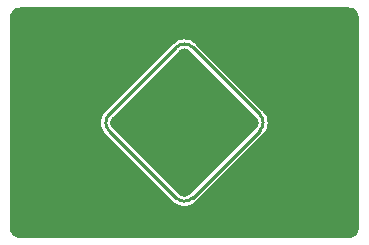
<source format=gbr>
%TF.GenerationSoftware,KiCad,Pcbnew,6.0.11+dfsg-1~bpo11+1*%
%TF.CreationDate,2024-04-13T17:17:30-04:00*%
%TF.ProjectId,Eye Chart,45796520-4368-4617-9274-2e6b69636164,rev?*%
%TF.SameCoordinates,Original*%
%TF.FileFunction,Copper,L1,Top*%
%TF.FilePolarity,Positive*%
%FSLAX46Y46*%
G04 Gerber Fmt 4.6, Leading zero omitted, Abs format (unit mm)*
G04 Created by KiCad (PCBNEW 6.0.11+dfsg-1~bpo11+1) date 2024-04-13 17:17:30*
%MOMM*%
%LPD*%
G01*
G04 APERTURE LIST*
%TA.AperFunction,Conductor*%
%ADD10C,0.250000*%
%TD*%
G04 APERTURE END LIST*
D10*
%TO.N,*%
X93636040Y-100707106D02*
G75*
G02*
X93636040Y-99292894I707060J707106D01*
G01*
X99292894Y-106363960D02*
G75*
G03*
X100707106Y-106363960I707106J707104D01*
G01*
X106363960Y-100707106D02*
G75*
G03*
X106363960Y-99292894I-707060J707106D01*
G01*
X99292894Y-93636040D02*
G75*
G02*
X100707106Y-93636040I707106J-707104D01*
G01*
X106363961Y-100707107D02*
X100707107Y-106363961D01*
X93636039Y-99292893D02*
X99292893Y-93636039D01*
X100707107Y-93636039D02*
X106363961Y-99292893D01*
X99292893Y-106363961D02*
X93636039Y-100707107D01*
%TD*%
%TA.AperFunction,NonConductor*%
G36*
X100083314Y-93729707D02*
G01*
X100137206Y-93742007D01*
X100191096Y-93754307D01*
X100217728Y-93763626D01*
X100317336Y-93811595D01*
X100341225Y-93826606D01*
X100411683Y-93882794D01*
X100421845Y-93893423D01*
X100422572Y-93892696D01*
X100429588Y-93899712D01*
X100435414Y-93907731D01*
X100443433Y-93913557D01*
X100443434Y-93913558D01*
X100451863Y-93919682D01*
X100466897Y-93932523D01*
X106067482Y-99533108D01*
X106080322Y-99548140D01*
X106092277Y-99564594D01*
X106100299Y-99570422D01*
X106107312Y-99577434D01*
X106106580Y-99578166D01*
X106117212Y-99588320D01*
X106173409Y-99658784D01*
X106188418Y-99682671D01*
X106236385Y-99782272D01*
X106245705Y-99808905D01*
X106270306Y-99916687D01*
X106273465Y-99944725D01*
X106273465Y-100055275D01*
X106270306Y-100083313D01*
X106245705Y-100191095D01*
X106236385Y-100217728D01*
X106188418Y-100317329D01*
X106173409Y-100341216D01*
X106117212Y-100411680D01*
X106106580Y-100421834D01*
X106107312Y-100422566D01*
X106100299Y-100429578D01*
X106092277Y-100435406D01*
X106086450Y-100443426D01*
X106086448Y-100443428D01*
X106080322Y-100451860D01*
X106067482Y-100466892D01*
X100466897Y-106067477D01*
X100451863Y-106080318D01*
X100435414Y-106092269D01*
X100429588Y-106100288D01*
X100422572Y-106107304D01*
X100421845Y-106106577D01*
X100411683Y-106117206D01*
X100341225Y-106173394D01*
X100317336Y-106188405D01*
X100217728Y-106236374D01*
X100191096Y-106245693D01*
X100137206Y-106257993D01*
X100083314Y-106270293D01*
X100055278Y-106273452D01*
X99944722Y-106273452D01*
X99916686Y-106270293D01*
X99862794Y-106257993D01*
X99808904Y-106245693D01*
X99782272Y-106236374D01*
X99682664Y-106188405D01*
X99658775Y-106173394D01*
X99588317Y-106117206D01*
X99578155Y-106106577D01*
X99577428Y-106107304D01*
X99570412Y-106100288D01*
X99564586Y-106092269D01*
X99548137Y-106080318D01*
X99533103Y-106067477D01*
X93932518Y-100466892D01*
X93919678Y-100451860D01*
X93913552Y-100443428D01*
X93913550Y-100443426D01*
X93907723Y-100435406D01*
X93899701Y-100429578D01*
X93892688Y-100422566D01*
X93893420Y-100421834D01*
X93882788Y-100411680D01*
X93826591Y-100341216D01*
X93811582Y-100317329D01*
X93763615Y-100217728D01*
X93754295Y-100191095D01*
X93729694Y-100083313D01*
X93726535Y-100055275D01*
X93726535Y-99944725D01*
X93729694Y-99916687D01*
X93754295Y-99808905D01*
X93763615Y-99782272D01*
X93811582Y-99682671D01*
X93826591Y-99658784D01*
X93882788Y-99588320D01*
X93893420Y-99578166D01*
X93892688Y-99577434D01*
X93899701Y-99570422D01*
X93907723Y-99564594D01*
X93919678Y-99548140D01*
X93932518Y-99533108D01*
X99533103Y-93932523D01*
X99548137Y-93919682D01*
X99556566Y-93913558D01*
X99556567Y-93913557D01*
X99564586Y-93907731D01*
X99570412Y-93899712D01*
X99577428Y-93892696D01*
X99578155Y-93893423D01*
X99588317Y-93882794D01*
X99658775Y-93826606D01*
X99682664Y-93811595D01*
X99782272Y-93763626D01*
X99808904Y-93754307D01*
X99862794Y-93742007D01*
X99916686Y-93729707D01*
X99944722Y-93726548D01*
X100055278Y-93726548D01*
X100083314Y-93729707D01*
G37*
%TD.AperFunction*%
%TA.AperFunction,NonConductor*%
G36*
X113987103Y-90256921D02*
G01*
X114000000Y-90259486D01*
X114012170Y-90257065D01*
X114019856Y-90257065D01*
X114032207Y-90257672D01*
X114133092Y-90267609D01*
X114157309Y-90272425D01*
X114273426Y-90307649D01*
X114296226Y-90317093D01*
X114403239Y-90374292D01*
X114423770Y-90388011D01*
X114517556Y-90464981D01*
X114535019Y-90482444D01*
X114611989Y-90576230D01*
X114625708Y-90596761D01*
X114682907Y-90703774D01*
X114692351Y-90726574D01*
X114727575Y-90842691D01*
X114732391Y-90866908D01*
X114742328Y-90967793D01*
X114742935Y-90980144D01*
X114742935Y-90987830D01*
X114740514Y-91000000D01*
X114742935Y-91012170D01*
X114743079Y-91012894D01*
X114745500Y-91037476D01*
X114745500Y-108962524D01*
X114743079Y-108987103D01*
X114740514Y-109000000D01*
X114742935Y-109012170D01*
X114742935Y-109019856D01*
X114742328Y-109032207D01*
X114732391Y-109133092D01*
X114727575Y-109157309D01*
X114692351Y-109273426D01*
X114682907Y-109296226D01*
X114625708Y-109403239D01*
X114611989Y-109423770D01*
X114535019Y-109517556D01*
X114517556Y-109535019D01*
X114423770Y-109611989D01*
X114403239Y-109625708D01*
X114296226Y-109682907D01*
X114273426Y-109692351D01*
X114157309Y-109727575D01*
X114133092Y-109732391D01*
X114032207Y-109742328D01*
X114019856Y-109742935D01*
X114012170Y-109742935D01*
X114000000Y-109740514D01*
X113987103Y-109743079D01*
X113962524Y-109745500D01*
X86037476Y-109745500D01*
X86012897Y-109743079D01*
X86000000Y-109740514D01*
X85987830Y-109742935D01*
X85980144Y-109742935D01*
X85967793Y-109742328D01*
X85866908Y-109732391D01*
X85842691Y-109727575D01*
X85726574Y-109692351D01*
X85703774Y-109682907D01*
X85596761Y-109625708D01*
X85576230Y-109611989D01*
X85482444Y-109535019D01*
X85464981Y-109517556D01*
X85388011Y-109423770D01*
X85374292Y-109403239D01*
X85317093Y-109296226D01*
X85307649Y-109273426D01*
X85272425Y-109157309D01*
X85267609Y-109133092D01*
X85257672Y-109032207D01*
X85257065Y-109019856D01*
X85257065Y-109012170D01*
X85259486Y-109000000D01*
X85256921Y-108987103D01*
X85254500Y-108962524D01*
X85254500Y-100000000D01*
X92959367Y-100000000D01*
X92976404Y-100216472D01*
X93027097Y-100427614D01*
X93028990Y-100432184D01*
X93108303Y-100623655D01*
X93108306Y-100623661D01*
X93110197Y-100628226D01*
X93223658Y-100813367D01*
X93226870Y-100817127D01*
X93226871Y-100817129D01*
X93318777Y-100924731D01*
X93320885Y-100927562D01*
X93321258Y-100928339D01*
X93323056Y-100930477D01*
X93323060Y-100930483D01*
X93323110Y-100930542D01*
X93324853Y-100932615D01*
X93326775Y-100934537D01*
X93328607Y-100936534D01*
X93328577Y-100936561D01*
X93332569Y-100940879D01*
X93360874Y-100974018D01*
X93364355Y-100978808D01*
X93380803Y-100990757D01*
X93395835Y-101003597D01*
X98996408Y-106604170D01*
X99009250Y-106619205D01*
X99021200Y-106635653D01*
X99025989Y-106639133D01*
X99186643Y-106776344D01*
X99371783Y-106889798D01*
X99376353Y-106891691D01*
X99376357Y-106891693D01*
X99567820Y-106971000D01*
X99567822Y-106971001D01*
X99572393Y-106972894D01*
X99646526Y-106990692D01*
X99778718Y-107022429D01*
X99778724Y-107022430D01*
X99783531Y-107023584D01*
X100000000Y-107040620D01*
X100216469Y-107023584D01*
X100221276Y-107022430D01*
X100221282Y-107022429D01*
X100353474Y-106990692D01*
X100427607Y-106972894D01*
X100432178Y-106971001D01*
X100432180Y-106971000D01*
X100623643Y-106891693D01*
X100623647Y-106891691D01*
X100628217Y-106889798D01*
X100813357Y-106776344D01*
X100924729Y-106681224D01*
X100927558Y-106679117D01*
X100928339Y-106678742D01*
X100932615Y-106675147D01*
X100934537Y-106673225D01*
X100936534Y-106671393D01*
X100936561Y-106671422D01*
X100940878Y-106667432D01*
X100974011Y-106639133D01*
X100978800Y-106635653D01*
X100990750Y-106619205D01*
X101003592Y-106604170D01*
X106604165Y-101003597D01*
X106619197Y-100990757D01*
X106635645Y-100978808D01*
X106639126Y-100974018D01*
X106776342Y-100813367D01*
X106889803Y-100628226D01*
X106891694Y-100623661D01*
X106891697Y-100623655D01*
X106971010Y-100432184D01*
X106972903Y-100427614D01*
X107023596Y-100216472D01*
X107040633Y-100000000D01*
X107023596Y-99783528D01*
X106972903Y-99572386D01*
X106956633Y-99533108D01*
X106891697Y-99376345D01*
X106891694Y-99376339D01*
X106889803Y-99371774D01*
X106776342Y-99186633D01*
X106681221Y-99075267D01*
X106679116Y-99072439D01*
X106678742Y-99071661D01*
X106675148Y-99067386D01*
X106673215Y-99065453D01*
X106671389Y-99063462D01*
X106671419Y-99063435D01*
X106667430Y-99059120D01*
X106639126Y-99025982D01*
X106635645Y-99021192D01*
X106619197Y-99009243D01*
X106604165Y-98996403D01*
X101003592Y-93395830D01*
X100990750Y-93380795D01*
X100984627Y-93372368D01*
X100978800Y-93364347D01*
X100974011Y-93360867D01*
X100813357Y-93223656D01*
X100628217Y-93110202D01*
X100623647Y-93108309D01*
X100623643Y-93108307D01*
X100432180Y-93029000D01*
X100432178Y-93028999D01*
X100427607Y-93027106D01*
X100353474Y-93009308D01*
X100221282Y-92977571D01*
X100221276Y-92977570D01*
X100216469Y-92976416D01*
X100000000Y-92959380D01*
X99783531Y-92976416D01*
X99778724Y-92977570D01*
X99778718Y-92977571D01*
X99646526Y-93009308D01*
X99572393Y-93027106D01*
X99567822Y-93028999D01*
X99567820Y-93029000D01*
X99376357Y-93108307D01*
X99376353Y-93108309D01*
X99371783Y-93110202D01*
X99186643Y-93223656D01*
X99075266Y-93318780D01*
X99072445Y-93320881D01*
X99071661Y-93321258D01*
X99067386Y-93324852D01*
X99065453Y-93326785D01*
X99063462Y-93328611D01*
X99063435Y-93328581D01*
X99059122Y-93332568D01*
X99025989Y-93360867D01*
X99021200Y-93364347D01*
X99015373Y-93372368D01*
X99009250Y-93380795D01*
X98996408Y-93395830D01*
X93395835Y-98996403D01*
X93380803Y-99009243D01*
X93364355Y-99021192D01*
X93360874Y-99025982D01*
X93223658Y-99186633D01*
X93110197Y-99371774D01*
X93108306Y-99376339D01*
X93108303Y-99376345D01*
X93043367Y-99533108D01*
X93027097Y-99572386D01*
X92976404Y-99783528D01*
X92959367Y-100000000D01*
X85254500Y-100000000D01*
X85254500Y-91037476D01*
X85256921Y-91012894D01*
X85257065Y-91012170D01*
X85259486Y-91000000D01*
X85257065Y-90987830D01*
X85257065Y-90980144D01*
X85257672Y-90967793D01*
X85267609Y-90866908D01*
X85272425Y-90842691D01*
X85307649Y-90726574D01*
X85317093Y-90703774D01*
X85374292Y-90596761D01*
X85388011Y-90576230D01*
X85464981Y-90482444D01*
X85482444Y-90464981D01*
X85576230Y-90388011D01*
X85596761Y-90374292D01*
X85703774Y-90317093D01*
X85726574Y-90307649D01*
X85842691Y-90272425D01*
X85866908Y-90267609D01*
X85967793Y-90257672D01*
X85980144Y-90257065D01*
X85987830Y-90257065D01*
X86000000Y-90259486D01*
X86012897Y-90256921D01*
X86037476Y-90254500D01*
X113962524Y-90254500D01*
X113987103Y-90256921D01*
G37*
%TD.AperFunction*%
M02*

</source>
